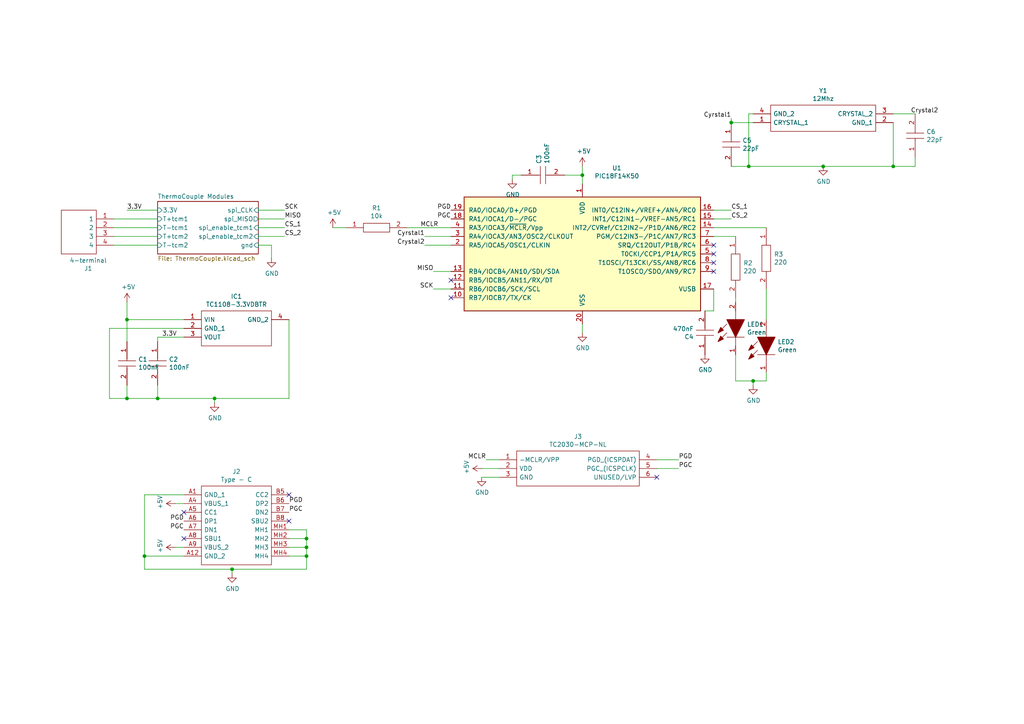
<source format=kicad_sch>
(kicad_sch (version 20230121) (generator eeschema)
  (paper "A4")
  (title_block (title "TC Logger Device") (date "2023-03-21") (rev "V1.2b") (company "Making Devices") (comment 1 "https://makingdevices.com/") (comment 2 "Main board"))
  (lib_symbols
    (symbol "Library_Loader:1751264" (pin_names (offset 0.762))
      (property "Reference" "J" (at 16.51 7.62 0))
      (property "Value" "Library_Loader_1751264" (at 16.51 5.08 0))
      (symbol "1751264_0_0"
        (pin passive line (at 0 0 0) (length 5.08) (name "1") (number "1"))
        (pin passive line (at 0 -2.54 0) (length 5.08) (name "2") (number "2"))
        (pin passive line (at 0 -5.08 0) (length 5.08) (name "3") (number "3"))
        (pin passive line (at 0 -7.62 0) (length 5.08) (name "4") (number "4"))
      )
      (symbol "1751264_0_1"
        (polyline (pts (xy 5.08 2.54) (xy 15.24 2.54) (xy 15.24 -10.16) (xy 5.08 -10.16) (xy 5.08 2.54)) (stroke (width 0.1524)))
      )
    )
    (symbol "Library_Loader:216990-0003" (pin_names (offset 0.762))
      (property "Reference" "J" (at 26.67 7.62 0))
      (property "Value" "Library_Loader_216990-0003" (at 26.67 5.08 0))
      (symbol "216990-0003_0_0"
        (pin passive line (at 0 0 0) (length 5.08) (name "GND_1") (number "A1"))
        (pin passive line (at 0 -17.78 0) (length 5.08) (name "GND_2") (number "A12"))
        (pin passive line (at 0 -2.54 0) (length 5.08) (name "VBUS_1") (number "A4"))
        (pin passive line (at 0 -5.08 0) (length 5.08) (name "CC1") (number "A5"))
        (pin passive line (at 0 -7.62 0) (length 5.08) (name "DP1") (number "A6"))
        (pin passive line (at 0 -10.16 0) (length 5.08) (name "DN1") (number "A7"))
        (pin passive line (at 0 -12.7 0) (length 5.08) (name "SBU1") (number "A8"))
        (pin passive line (at 0 -15.24 0) (length 5.08) (name "VBUS_2") (number "A9"))
        (pin passive line (at 30.48 0 180) (length 5.08) (name "CC2") (number "B5"))
        (pin passive line (at 30.48 -2.54 180) (length 5.08) (name "DP2") (number "B6"))
        (pin passive line (at 30.48 -5.08 180) (length 5.08) (name "DN2") (number "B7"))
        (pin passive line (at 30.48 -7.62 180) (length 5.08) (name "SBU2") (number "B8"))
        (pin passive line (at 30.48 -10.16 180) (length 5.08) (name "MH1") (number "MH1"))
        (pin passive line (at 30.48 -12.7 180) (length 5.08) (name "MH2") (number "MH2"))
        (pin passive line (at 30.48 -15.24 180) (length 5.08) (name "MH3") (number "MH3"))
        (pin passive line (at 30.48 -17.78 180) (length 5.08) (name "MH4") (number "MH4"))
      )
      (symbol "216990-0003_0_1"
        (polyline (pts (xy 5.08 2.54) (xy 25.4 2.54) (xy 25.4 -20.32) (xy 5.08 -20.32) (xy 5.08 2.54)) (stroke (width 0.1524)))
      )
    )
    (symbol "Library_Loader:C0805C475M8RACTU" (pin_names (offset 0.762))
      (property "Reference" "C" (at 8.89 6.35 0))
      (property "Value" "Library_Loader_C0805C475M8RACTU" (at 8.89 3.81 0))
      (symbol "C0805C475M8RACTU_0_0"
        (pin passive line (at 0 0 0) (length 5.08) (name "~") (number "1"))
        (pin passive line (at 12.7 0 180) (length 5.08) (name "~") (number "2"))
      )
      (symbol "C0805C475M8RACTU_0_1"
        (polyline (pts (xy 5.08 0) (xy 5.588 0)) (stroke (width 0.1524)))
        (polyline (pts (xy 5.588 2.54) (xy 5.588 -2.54)) (stroke (width 0.1524)))
        (polyline (pts (xy 7.112 0) (xy 7.62 0)) (stroke (width 0.1524)))
        (polyline (pts (xy 7.112 2.54) (xy 7.112 -2.54)) (stroke (width 0.1524)))
      )
    )
    (symbol "Library_Loader:CX2520DB12000D0GPSC1" (pin_names (offset 0.762))
      (property "Reference" "Y" (at 36.83 7.62 0))
      (property "Value" "Library_Loader_CX2520DB12000D0GPSC1" (at 36.83 5.08 0))
      (symbol "CX2520DB12000D0GPSC1_0_0"
        (pin passive line (at 0 -2.54 0) (length 5.08) (name "CRYSTAL_1") (number "1"))
        (pin passive line (at 40.64 -2.54 180) (length 5.08) (name "GND_1") (number "2"))
        (pin passive line (at 40.64 0 180) (length 5.08) (name "CRYSTAL_2") (number "3"))
        (pin passive line (at 0 0 0) (length 5.08) (name "GND_2") (number "4"))
      )
      (symbol "CX2520DB12000D0GPSC1_0_1"
        (polyline (pts (xy 5.08 2.54) (xy 35.56 2.54) (xy 35.56 -5.08) (xy 5.08 -5.08) (xy 5.08 2.54)) (stroke (width 0.1524)))
      )
    )
    (symbol "Library_Loader:ERJP6WF1303V" (pin_names (offset 0.762))
      (property "Reference" "R" (at 13.97 6.35 0))
      (property "Value" "Library_Loader_ERJP6WF1303V" (at 13.97 3.81 0))
      (symbol "ERJP6WF1303V_0_0"
        (pin passive line (at 0 0 0) (length 5.08) (name "~") (number "1"))
        (pin passive line (at 17.78 0 180) (length 5.08) (name "~") (number "2"))
      )
      (symbol "ERJP6WF1303V_0_1"
        (polyline (pts (xy 5.08 1.27) (xy 12.7 1.27) (xy 12.7 -1.27) (xy 5.08 -1.27) (xy 5.08 1.27)) (stroke (width 0.1524)))
      )
    )
    (symbol "Library_Loader:SML-H12V8TT86" (pin_names (offset 0.762))
      (property "Reference" "LED" (at 12.7 8.89 0))
      (property "Value" "Library_Loader_SML-H12V8TT86" (at 12.7 6.35 0))
      (symbol "SML-H12V8TT86_0_0"
        (pin passive line (at 0 0 0) (length 2.54) (name "~") (number "1"))
        (pin passive line (at 15.24 0 180) (length 2.54) (name "~") (number "2"))
      )
      (symbol "SML-H12V8TT86_0_1"
        (polyline (pts (xy 2.54 0) (xy 5.08 0)) (stroke (width 0.1524)))
        (polyline (pts (xy 5.08 2.54) (xy 5.08 -2.54)) (stroke (width 0.1524)))
        (polyline (pts (xy 6.35 2.54) (xy 3.81 5.08)) (stroke (width 0.1524)))
        (polyline (pts (xy 8.89 2.54) (xy 6.35 5.08)) (stroke (width 0.1524)))
        (polyline (pts (xy 10.16 0) (xy 12.7 0)) (stroke (width 0.1524)))
        (polyline (pts (xy 5.08 0) (xy 10.16 2.54) (xy 10.16 -2.54) (xy 5.08 0)) (stroke (width 0.254)) (fill (type outline)))
        (polyline (pts (xy 5.334 4.318) (xy 4.572 3.556) (xy 3.81 5.08) (xy 5.334 4.318)) (stroke (width 0.254)) (fill (type outline)))
        (polyline (pts (xy 7.874 4.318) (xy 7.112 3.556) (xy 6.35 5.08) (xy 7.874 4.318)) (stroke (width 0.254)) (fill (type outline)))
      )
    )
    (symbol "Library_Loader:TC1108-3.3VDBTR" (pin_names (offset 0.762))
      (property "Reference" "IC" (at 26.67 7.62 0))
      (property "Value" "Library_Loader_TC1108-3.3VDBTR" (at 26.67 5.08 0))
      (symbol "TC1108-3.3VDBTR_0_0"
        (pin passive line (at 0 0 0) (length 5.08) (name "VIN") (number "1"))
        (pin passive line (at 0 -2.54 0) (length 5.08) (name "GND_1") (number "2"))
        (pin passive line (at 0 -5.08 0) (length 5.08) (name "VOUT") (number "3"))
        (pin passive line (at 30.48 0 180) (length 5.08) (name "GND_2") (number "4"))
      )
      (symbol "TC1108-3.3VDBTR_0_1"
        (polyline (pts (xy 5.08 2.54) (xy 25.4 2.54) (xy 25.4 -7.62) (xy 5.08 -7.62) (xy 5.08 2.54)) (stroke (width 0.1524)))
      )
    )
    (symbol "Library_Loader:TC2030-MCP-NL" (pin_names (offset 0.762))
      (property "Reference" "J" (at 41.91 7.62 0))
      (property "Value" "Library_Loader_TC2030-MCP-NL" (at 41.91 5.08 0))
      (symbol "TC2030-MCP-NL_0_0"
        (pin passive line (at 0 0 0) (length 5.08) (name "-MCLR/VPP") (number "1"))
        (pin passive line (at 0 -2.54 0) (length 5.08) (name "VDD") (number "2"))
        (pin passive line (at 0 -5.08 0) (length 5.08) (name "GND") (number "3"))
        (pin passive line (at 45.72 0 180) (length 5.08) (name "PGD_(ICSPDAT)") (number "4"))
        (pin passive line (at 45.72 -2.54 180) (length 5.08) (name "PGC_(ICSPCLK)") (number "5"))
        (pin passive line (at 45.72 -5.08 180) (length 5.08) (name "UNUSED/LVP") (number "6"))
      )
      (symbol "TC2030-MCP-NL_0_1"
        (polyline (pts (xy 5.08 2.54) (xy 40.64 2.54) (xy 40.64 -7.62) (xy 5.08 -7.62) (xy 5.08 2.54)) (stroke (width 0.1524)))
      )
    )
    (symbol "MCU_Microchip_PIC18:PIC18LF14K50-ESS" (pin_names (offset 1.27))
      (property "Reference" "U" (at -33.02 17.78 0))
      (property "Value" "PIC18LF14K50-ESS" (at 22.86 -17.78 0))
      (symbol "PIC18LF14K50-ESS_0_1"
        (rectangle (start -34.29 16.51) (end 34.29 -16.51) (stroke (width 0.254)) (fill (type background)))
      )
      (symbol "PIC18LF14K50-ESS_1_1"
        (pin power_in line (at 0 20.32 270) (length 3.81) (name "VDD") (number "1"))
        (pin bidirectional line (at -38.1 -12.7 0) (length 3.81) (name "RB7/IOCB7/TX/CK") (number "10"))
        (pin bidirectional line (at -38.1 -10.16 0) (length 3.81) (name "RB6/IOCB6/SCK/SCL") (number "11"))
        (pin bidirectional line (at -38.1 -7.62 0) (length 3.81) (name "RB5/IOCB5/AN11/RX/DT") (number "12"))
        (pin bidirectional line (at -38.1 -5.08 0) (length 3.81) (name "RB4/IOCB4/AN10/SDI/SDA") (number "13"))
        (pin bidirectional line (at 38.1 7.62 180) (length 3.81) (name "INT2/CVRef/C12IN2-/P1D/AN6/RC2") (number "14"))
        (pin bidirectional line (at 38.1 10.16 180) (length 3.81) (name "INT1/C12IN1-/VREF-AN5/RC1") (number "15"))
        (pin bidirectional line (at 38.1 12.7 180) (length 3.81) (name "INT0/C12IN+/VREF+/AN4/RC0") (number "16"))
        (pin passive line (at 38.1 -10.16 180) (length 3.81) (name "VUSB") (number "17"))
        (pin bidirectional line (at -38.1 10.16 0) (length 3.81) (name "RA1/IOCA1/D-/PGC") (number "18"))
        (pin bidirectional line (at -38.1 12.7 0) (length 3.81) (name "RA0/IOCA0/D+/PGD") (number "19"))
        (pin bidirectional line (at -38.1 2.54 0) (length 3.81) (name "RA5/IOCA5/OSC1/CLKIN") (number "2"))
        (pin power_in line (at 0 -20.32 90) (length 3.81) (name "VSS") (number "20"))
        (pin bidirectional line (at -38.1 5.08 0) (length 3.81) (name "RA4/IOCA3/AN3/OSC2/CLKOUT") (number "3"))
        (pin input line (at -38.1 7.62 0) (length 3.81) (name "RA3/IOCA3/~{MCLR}/Vpp") (number "4"))
        (pin bidirectional line (at 38.1 0 180) (length 3.81) (name "T0CKI/CCP1/P1A/RC5") (number "5"))
        (pin bidirectional line (at 38.1 2.54 180) (length 3.81) (name "SRQ/C12OUT/P1B/RC4") (number "6"))
        (pin bidirectional line (at 38.1 5.08 180) (length 3.81) (name "PGM/C12IN3-/P1C/AN7/RC3") (number "7"))
        (pin bidirectional line (at 38.1 -2.54 180) (length 3.81) (name "T1OSCI/T13CKI/SS/AN8/RC6") (number "8"))
        (pin bidirectional line (at 38.1 -5.08 180) (length 3.81) (name "T1OSCO/SDO/AN9/RC7") (number "9"))
      )
    )
    (symbol "power:+5V" (power) (pin_names (offset 0))
      (property "Value" "+5V" (at 0 3.556 0))
      (symbol "+5V_0_1"
        (polyline (pts (xy -0.762 1.27) (xy 0 2.54)))
        (polyline (pts (xy 0 0) (xy 0 2.54)))
        (polyline (pts (xy 0 2.54) (xy 0.762 1.27)))
      )
      (symbol "+5V_1_1"
        (pin power_in line (at 0 0 90) (length 0) hide (name "+5V") (number "1"))
      )
    )
    (symbol "power:GND" (power) (pin_names (offset 0))
      (property "Value" "GND" (at 0 -3.81 0))
      (symbol "GND_0_1"
        (polyline (pts (xy 0 0) (xy 0 -1.27) (xy 1.27 -1.27) (xy 0 -2.54) (xy -1.27 -1.27) (xy 0 -1.27)))
      )
      (symbol "GND_1_1"
        (pin power_in line (at 0 0 270) (length 0) hide (name "GND") (number "1"))
      )
    )
  )
  (junction (at 36.83 92.71))
  (junction (at 259.08 48.26))
  (junction (at 41.91 161.29))
  (junction (at 238.76 48.26))
  (junction (at 212.09 35.56))
  (junction (at 62.23 115.57))
  (junction (at 168.91 50.8))
  (junction (at 218.44 110.49))
  (junction (at 67.31 165.1))
  (junction (at 36.83 115.57))
  (junction (at 88.9 161.29))
  (junction (at 88.9 156.21))
  (junction (at 45.72 115.57))
  (junction (at 217.17 48.26))
  (junction (at 88.9 158.75))
  (no_connect (at 207.01 73.66))
  (no_connect (at 83.82 151.13))
  (no_connect (at 130.81 81.28))
  (no_connect (at 207.01 78.74))
  (no_connect (at 207.01 71.12))
  (no_connect (at 130.81 86.36))
  (no_connect (at 53.34 148.59))
  (no_connect (at 207.01 76.2))
  (no_connect (at 83.82 143.51))
  (no_connect (at 190.5 138.43))
  (no_connect (at 53.34 156.21))
  (wire (pts (xy 212.09 48.26) (xy 217.17 48.26)))
  (wire (pts (xy 218.44 111.76) (xy 218.44 110.49)))
  (wire (pts (xy 83.82 158.75) (xy 88.9 158.75)))
  (wire (pts (xy 36.83 92.71) (xy 36.83 99.06)))
  (wire (pts (xy 88.9 156.21) (xy 88.9 158.75)))
  (wire (pts (xy 83.82 115.57) (xy 83.82 92.71)))
  (wire (pts (xy 83.82 153.67) (xy 88.9 153.67)))
  (wire (pts (xy 67.31 166.37) (xy 67.31 165.1)))
  (wire (pts (xy 74.93 68.58) (xy 82.55 68.58)))
  (wire (pts (xy 45.72 115.57) (xy 45.72 111.76)))
  (wire (pts (xy 130.81 83.82) (xy 125.73 83.82)))
  (wire (pts (xy 222.25 66.04) (xy 207.01 66.04)))
  (wire (pts (xy 78.74 74.93) (xy 78.74 71.12)))
  (wire (pts (xy 88.9 161.29) (xy 88.9 165.1)))
  (wire (pts (xy 207.01 83.82) (xy 207.01 90.17)))
  (wire (pts (xy 207.01 68.58) (xy 213.36 68.58)))
  (wire (pts (xy 207.01 90.17) (xy 204.47 90.17)))
  (wire (pts (xy 33.02 71.12) (xy 45.72 71.12)))
  (wire (pts (xy 168.91 53.34) (xy 168.91 50.8)))
  (wire (pts (xy 222.25 107.95) (xy 222.25 110.49)))
  (wire (pts (xy 45.72 63.5) (xy 33.02 63.5)))
  (wire (pts (xy 265.43 45.72) (xy 265.43 48.26)))
  (wire (pts (xy 88.9 153.67) (xy 88.9 156.21)))
  (wire (pts (xy 36.83 87.63) (xy 36.83 92.71)))
  (wire (pts (xy 168.91 48.26) (xy 168.91 50.8)))
  (wire (pts (xy 53.34 97.79) (xy 45.72 97.79)))
  (wire (pts (xy 88.9 158.75) (xy 88.9 161.29)))
  (wire (pts (xy 148.59 50.8) (xy 148.59 52.07)))
  (wire (pts (xy 41.91 165.1) (xy 67.31 165.1)))
  (wire (pts (xy 222.25 83.82) (xy 222.25 92.71)))
  (wire (pts (xy 212.09 34.29) (xy 212.09 35.56)))
  (wire (pts (xy 130.81 78.74) (xy 125.73 78.74)))
  (wire (pts (xy 217.17 33.02) (xy 217.17 48.26)))
  (wire (pts (xy 212.09 35.56) (xy 218.44 35.56)))
  (wire (pts (xy 190.5 133.35) (xy 196.85 133.35)))
  (wire (pts (xy 259.08 35.56) (xy 259.08 48.26)))
  (wire (pts (xy 41.91 165.1) (xy 41.91 161.29)))
  (wire (pts (xy 50.8 158.75) (xy 53.34 158.75)))
  (wire (pts (xy 83.82 161.29) (xy 88.9 161.29)))
  (wire (pts (xy 53.34 95.25) (xy 31.75 95.25)))
  (wire (pts (xy 222.25 110.49) (xy 218.44 110.49)))
  (wire (pts (xy 53.34 92.71) (xy 36.83 92.71)))
  (wire (pts (xy 67.31 165.1) (xy 88.9 165.1)))
  (wire (pts (xy 168.91 96.52) (xy 168.91 93.98)))
  (wire (pts (xy 151.13 50.8) (xy 148.59 50.8)))
  (wire (pts (xy 213.36 86.36) (xy 213.36 87.63)))
  (wire (pts (xy 218.44 110.49) (xy 213.36 110.49)))
  (wire (pts (xy 218.44 33.02) (xy 217.17 33.02)))
  (wire (pts (xy 45.72 60.96) (xy 36.83 60.96)))
  (wire (pts (xy 217.17 48.26) (xy 238.76 48.26)))
  (wire (pts (xy 74.93 60.96) (xy 82.55 60.96)))
  (wire (pts (xy 118.11 66.04) (xy 130.81 66.04)))
  (wire (pts (xy 144.78 138.43) (xy 139.7 138.43)))
  (wire (pts (xy 74.93 63.5) (xy 82.55 63.5)))
  (wire (pts (xy 265.43 48.26) (xy 259.08 48.26)))
  (wire (pts (xy 130.81 71.12) (xy 123.19 71.12)))
  (wire (pts (xy 130.81 68.58) (xy 123.19 68.58)))
  (wire (pts (xy 45.72 68.58) (xy 33.02 68.58)))
  (wire (pts (xy 31.75 115.57) (xy 36.83 115.57)))
  (wire (pts (xy 207.01 63.5) (xy 212.09 63.5)))
  (wire (pts (xy 213.36 110.49) (xy 213.36 102.87)))
  (wire (pts (xy 62.23 115.57) (xy 83.82 115.57)))
  (wire (pts (xy 41.91 143.51) (xy 53.34 143.51)))
  (wire (pts (xy 36.83 111.76) (xy 36.83 115.57)))
  (wire (pts (xy 144.78 133.35) (xy 140.97 133.35)))
  (wire (pts (xy 100.33 66.04) (xy 96.52 66.04)))
  (wire (pts (xy 62.23 116.84) (xy 62.23 115.57)))
  (wire (pts (xy 259.08 33.02) (xy 265.43 33.02)))
  (wire (pts (xy 259.08 48.26) (xy 238.76 48.26)))
  (wire (pts (xy 41.91 161.29) (xy 41.91 143.51)))
  (wire (pts (xy 45.72 115.57) (xy 62.23 115.57)))
  (wire (pts (xy 83.82 156.21) (xy 88.9 156.21)))
  (wire (pts (xy 33.02 66.04) (xy 45.72 66.04)))
  (wire (pts (xy 78.74 71.12) (xy 74.93 71.12)))
  (wire (pts (xy 50.8 146.05) (xy 53.34 146.05)))
  (wire (pts (xy 31.75 95.25) (xy 31.75 115.57)))
  (wire (pts (xy 190.5 135.89) (xy 196.85 135.89)))
  (wire (pts (xy 207.01 60.96) (xy 212.09 60.96)))
  (wire (pts (xy 53.34 161.29) (xy 41.91 161.29)))
  (wire (pts (xy 36.83 115.57) (xy 45.72 115.57)))
  (wire (pts (xy 45.72 97.79) (xy 45.72 99.06)))
  (wire (pts (xy 163.83 50.8) (xy 168.91 50.8)))
  (wire (pts (xy 144.78 135.89) (xy 139.7 135.89)))
  (wire (pts (xy 74.93 66.04) (xy 82.55 66.04)))
  (label "MISO" (at 82.55 63.5 0))
  (label "MCLR" (at 121.92 66.04 0))
  (label "Crystal2" (at 123.19 71.12 180))
  (label "PGC" (at 130.81 63.5 180))
  (label "CS_2" (at 212.09 63.5 0))
  (label "Cyrstal1" (at 123.19 68.58 180))
  (label "CS_1" (at 212.09 60.96 0))
  (label "MISO" (at 125.73 78.74 180))
  (label "SCK" (at 82.55 60.96 0))
  (label "PGC" (at 83.82 148.59 0))
  (label "PGD" (at 83.82 146.05 0))
  (label "Crystal2" (at 264.16 33.02 0))
  (label "CS_1" (at 82.55 66.04 0))
  (label "PGC" (at 53.34 153.67 180))
  (label "PGD" (at 196.85 133.35 0))
  (label "3.3V" (at 36.83 60.96 0))
  (label "MCLR" (at 140.97 133.35 180))
  (label "PGC" (at 196.85 135.89 0))
  (label "3.3V" (at 46.99 97.79 0))
  (label "SCK" (at 125.73 83.82 180))
  (label "Cyrstal1" (at 212.09 34.29 180))
  (label "CS_2" (at 82.55 68.58 0))
  (label "PGD" (at 130.81 60.96 180))
  (label "PGD" (at 53.34 151.13 180))
  (symbol (lib_id "MCU_Microchip_PIC18:PIC18LF14K50-ESS") (at 168.91 73.66 0) (unit 1)
    (property "Reference" "U1" (at 178.9176 48.7426 0))
    (property "Value" "PIC18F14K50" (at 178.9176 51.054 0))
    (property "Footprint" "Package_SO:SSOP-20_5.3x7.2mm_P0.65mm" (effects hide))
    (property "Datasheet" "http://ww1.microchip.com/downloads/en/devicedoc/41350c.pdf" (effects hide))
  )
  (symbol (lib_id "Library_Loader:CX2520DB12000D0GPSC1") (at 218.44 33.02 0) (unit 1)
    (property "Reference" "Y1" (at 238.76 26.289 0))
    (property "Value" "12Mhz" (at 238.76 28.6004 0))
    (property "Footprint" "CX2520DB12000D0GPSC1" (effects hide))
    (property "Datasheet" "https://media.digikey.com/pdf/Data%20Sheets/AVX%20PDFs/CX2520DB_USY1M-H1-16428-00_Spec.pdf" (effects hide))
    (property "Description" "Crystals AEC-Q200 12MHz 8pF 2.5x2mm" (effects hide))
    (property "Height" "0.55" (effects hide))
    (property "Manufacturer_Name" "KYOCERA" (effects hide))
    (property "Manufacturer_Part_Number" "CX2520DB12000D0GPSC1" (effects hide))
  )
  (symbol (lib_id "power:GND") (at 78.74 74.93 0) (unit 1)
    (property "Reference" "#PWR06" (effects hide))
    (property "Value" "GND" (at 78.867 79.3242 0))
  )
  (symbol (lib_id "Library_Loader:C0805C475M8RACTU") (at 265.43 45.72 90) (unit 1)
    (property "Reference" "C6" (at 268.6812 38.2016 90) (effects (justify right)))
    (property "Value" "22pF" (at 268.6812 40.513 90) (effects (justify right)))
    (property "Footprint" "CAPC2012X140N" (effects hide))
    (property "Datasheet" "https://datasheet.datasheetarchive.com/originals/distributors/Datasheets-DGA8/2444426.pdf" (effects hide))
    (property "Description" "Cap Ceramic 4.7uF 10V X7R 20% Pad SMD 0805 125C T/R" (effects hide))
    (property "Height" "1.4" (effects hide))
    (property "Manufacturer_Name" "Kemet" (effects hide))
    (property "Manufacturer_Part_Number" "C0805C475M8RACTU" (effects hide))
  )
  (symbol (lib_id "Library_Loader:C0805C475M8RACTU") (at 212.09 35.56 270) (unit 1)
    (property "Reference" "C5" (at 215.3412 40.7416 90) (effects (justify left)))
    (property "Value" "22pF" (at 215.3412 43.053 90) (effects (justify left)))
    (property "Footprint" "CAPC2012X140N" (effects hide))
    (property "Datasheet" "https://datasheet.datasheetarchive.com/originals/distributors/Datasheets-DGA8/2444426.pdf" (effects hide))
    (property "Description" "Cap Ceramic 4.7uF 10V X7R 20% Pad SMD 0805 125C T/R" (effects hide))
    (property "Height" "1.4" (effects hide))
    (property "Manufacturer_Name" "Kemet" (effects hide))
    (property "Manufacturer_Part_Number" "C0805C475M8RACTU" (effects hide))
  )
  (symbol (lib_id "power:GND") (at 238.76 48.26 0) (unit 1)
    (property "Reference" "#PWR015" (effects hide))
    (property "Value" "GND" (at 238.887 52.6542 0))
  )
  (symbol (lib_id "Library_Loader:TC1108-3.3VDBTR") (at 53.34 92.71 0) (unit 1)
    (property "Reference" "IC1" (at 68.58 85.979 0))
    (property "Value" "TC1108-3.3VDBTR" (at 68.58 88.2904 0))
    (property "Footprint" "SOT230P700X180-4N" (effects hide))
    (property "Datasheet" "http://uk.rs-online.com/web/p/products/8234309P" (effects hide))
    (property "Description" "Microchip TC1108-3.3VDBTR, LDO Voltage Regulator, 300mA, 3.3 V +/-0.5%, 2.7  6 Vin, 3-Pin SOT-223" (effects hide))
    (property "Height" "1.8" (effects hide))
    (property "RS Part Number" "8234309P" (effects hide))
    (property "RS Price/Stock" "http://uk.rs-online.com/web/p/products/8234309P" (effects hide))
    (property "Manufacturer_Name" "Microchip" (effects hide))
    (property "Manufacturer_Part_Number" "TC1108-3.3VDBTR" (effects hide))
    (property "Allied_Number" "70451504" (effects hide))
  )
  (symbol (lib_id "Library_Loader:C0805C475M8RACTU") (at 45.72 99.06 270) (unit 1)
    (property "Reference" "C2" (at 48.9712 104.2416 90) (effects (justify left)))
    (property "Value" "100nF" (at 48.9712 106.553 90) (effects (justify left)))
    (property "Footprint" "CAPC2012X140N" (effects hide))
    (property "Datasheet" "https://datasheet.datasheetarchive.com/originals/distributors/Datasheets-DGA8/2444426.pdf" (effects hide))
    (property "Description" "Cap Ceramic 4.7uF 10V X7R 20% Pad SMD 0805 125C T/R" (effects hide))
    (property "Height" "1.4" (effects hide))
    (property "Manufacturer_Name" "Kemet" (effects hide))
    (property "Manufacturer_Part_Number" "C0805C475M8RACTU" (effects hide))
  )
  (symbol (lib_id "Library_Loader:C0805C475M8RACTU") (at 36.83 99.06 270) (unit 1)
    (property "Reference" "C1" (at 40.0812 104.2416 90) (effects (justify left)))
    (property "Value" "100nF" (at 40.0812 106.553 90) (effects (justify left)))
    (property "Footprint" "CAPC2012X140N" (effects hide))
    (property "Datasheet" "https://datasheet.datasheetarchive.com/originals/distributors/Datasheets-DGA8/2444426.pdf" (effects hide))
    (property "Description" "Cap Ceramic 4.7uF 10V X7R 20% Pad SMD 0805 125C T/R" (effects hide))
    (property "Height" "1.4" (effects hide))
    (property "Manufacturer_Name" "Kemet" (effects hide))
    (property "Manufacturer_Part_Number" "C0805C475M8RACTU" (effects hide))
  )
  (symbol (lib_id "power:GND") (at 62.23 116.84 0) (unit 1)
    (property "Reference" "#PWR04" (effects hide))
    (property "Value" "GND" (at 62.357 121.2342 0))
  )
  (symbol (lib_id "power:GND") (at 168.91 96.52 0) (unit 1)
    (property "Reference" "#PWR012" (effects hide))
    (property "Value" "GND" (at 169.037 100.9142 0))
  )
  (symbol (lib_id "Library_Loader:ERJP6WF1303V") (at 100.33 66.04 0) (unit 1)
    (property "Reference" "R1" (at 109.22 60.325 0))
    (property "Value" "10k" (at 109.22 62.6364 0))
    (property "Footprint" "RESC2012X75N" (effects hide))
    (property "Datasheet" "http://uk.rs-online.com/web/p/products/7708607P" (effects hide))
    (property "Description" "Panasonic ERJP6W Series Thick Film Surface Mount Fixed Resistor 0805 Case 130k +/-1% 0.5W +/-200ppm/C" (effects hide))
    (property "Height" "0.75" (effects hide))
    (property "RS Part Number" "7708607P" (effects hide))
    (property "RS Price/Stock" "http://uk.rs-online.com/web/p/products/7708607P" (effects hide))
    (property "Manufacturer_Name" "Panasonic" (effects hide))
    (property "Manufacturer_Part_Number" "ERJP6WF1303V" (effects hide))
  )
  (symbol (lib_id "power:+5V") (at 96.52 66.04 0) (unit 1)
    (property "Reference" "#PWR07" (effects hide))
    (property "Value" "+5V" (at 96.901 61.6458 0))
  )
  (symbol (lib_id "power:+5V") (at 168.91 48.26 0) (unit 1)
    (property "Reference" "#PWR011" (effects hide))
    (property "Value" "+5V" (at 169.291 43.8658 0))
  )
  (symbol (lib_id "Library_Loader:TC2030-MCP-NL") (at 144.78 133.35 0) (unit 1)
    (property "Reference" "J3" (at 167.64 126.619 0))
    (property "Value" "TC2030-MCP-NL" (at 167.64 128.9304 0))
    (property "Footprint" "TC2030-MCP-NL" (effects hide))
    (property "Datasheet" "http://uk.rs-online.com/web/p/products/8252561" (effects hide))
    (property "Description" "TC2030-MCP-NL PCB Footprint (no legs)" (effects hide))
    (property "RS Part Number" "8252561" (effects hide))
    (property "RS Price/Stock" "http://uk.rs-online.com/web/p/products/8252561" (effects hide))
    (property "Manufacturer_Name" "Microchip" (effects hide))
    (property "Manufacturer_Part_Number" "TC2030-MCP-NL" (effects hide))
  )
  (symbol (lib_id "power:GND") (at 139.7 138.43 0) (unit 1)
    (property "Reference" "#PWR09" (effects hide))
    (property "Value" "GND" (at 139.827 142.8242 0))
  )
  (symbol (lib_id "power:+5V") (at 139.7 135.89 90) (unit 1)
    (property "Reference" "#PWR08" (effects hide))
    (property "Value" "+5V" (at 135.3058 135.509 0))
  )
  (symbol (lib_id "Library_Loader:C0805C475M8RACTU") (at 151.13 50.8 0) (unit 1)
    (property "Reference" "C3" (at 156.3116 47.5488 90) (effects (justify left)))
    (property "Value" "100nF" (at 158.623 47.5488 90) (effects (justify left)))
    (property "Footprint" "CAPC2012X140N" (effects hide))
    (property "Datasheet" "https://datasheet.datasheetarchive.com/originals/distributors/Datasheets-DGA8/2444426.pdf" (effects hide))
    (property "Description" "Cap Ceramic 4.7uF 10V X7R 20% Pad SMD 0805 125C T/R" (effects hide))
    (property "Height" "1.4" (effects hide))
    (property "Manufacturer_Name" "Kemet" (effects hide))
    (property "Manufacturer_Part_Number" "C0805C475M8RACTU" (effects hide))
  )
  (symbol (lib_id "power:GND") (at 148.59 52.07 0) (unit 1)
    (property "Reference" "#PWR010" (effects hide))
    (property "Value" "GND" (at 148.717 56.4642 0))
  )
  (symbol (lib_id "power:+5V") (at 36.83 87.63 0) (unit 1)
    (property "Reference" "#PWR01" (effects hide))
    (property "Value" "+5V" (at 37.211 83.2358 0))
  )
  (symbol (lib_id "Library_Loader:ERJP6WF1303V") (at 213.36 68.58 270) (unit 1)
    (property "Reference" "R2" (at 215.5952 76.3016 90) (effects (justify left)))
    (property "Value" "220" (at 215.5952 78.613 90) (effects (justify left)))
    (property "Footprint" "RESC2012X75N" (effects hide))
    (property "Datasheet" "http://uk.rs-online.com/web/p/products/7708607P" (effects hide))
    (property "Description" "Panasonic ERJP6W Series Thick Film Surface Mount Fixed Resistor 0805 Case 130k +/-1% 0.5W +/-200ppm/C" (effects hide))
    (property "Height" "0.75" (effects hide))
    (property "RS Part Number" "7708607P" (effects hide))
    (property "RS Price/Stock" "http://uk.rs-online.com/web/p/products/7708607P" (effects hide))
    (property "Manufacturer_Name" "Panasonic" (effects hide))
    (property "Manufacturer_Part_Number" "ERJP6WF1303V" (effects hide))
  )
  (symbol (lib_id "Library_Loader:ERJP6WF1303V") (at 222.25 66.04 270) (unit 1)
    (property "Reference" "R3" (at 224.4852 73.7616 90) (effects (justify left)))
    (property "Value" "220" (at 224.4852 76.073 90) (effects (justify left)))
    (property "Footprint" "RESC2012X75N" (effects hide))
    (property "Datasheet" "http://uk.rs-online.com/web/p/products/7708607P" (effects hide))
    (property "Description" "Panasonic ERJP6W Series Thick Film Surface Mount Fixed Resistor 0805 Case 130k +/-1% 0.5W +/-200ppm/C" (effects hide))
    (property "Height" "0.75" (effects hide))
    (property "RS Part Number" "7708607P" (effects hide))
    (property "RS Price/Stock" "http://uk.rs-online.com/web/p/products/7708607P" (effects hide))
    (property "Manufacturer_Name" "Panasonic" (effects hide))
    (property "Manufacturer_Part_Number" "ERJP6WF1303V" (effects hide))
  )
  (symbol (lib_id "Library_Loader:SML-H12V8TT86") (at 213.36 102.87 90) (unit 1)
    (property "Reference" "LED1" (at 216.662 94.0816 90) (effects (justify right)))
    (property "Value" "Green" (at 216.662 96.393 90) (effects (justify right)))
    (property "Footprint" "LEDC2012X90N" (effects hide))
    (property "Datasheet" "http://uk.rs-online.com/web/p/products/1332888P" (effects hide))
    (property "Description" "EXCELED series chip LED: ROHM\\'s chip LED lineup consists of standard type,top-view type, side-view type and reverse-mount type." (effects hide))
    (property "Height" "0.9" (effects hide))
    (property "RS Part Number" "1332888P" (effects hide))
    (property "RS Price/Stock" "http://uk.rs-online.com/web/p/products/1332888P" (effects hide))
    (property "Manufacturer_Name" "ROHM Semiconductor" (effects hide))
    (property "Manufacturer_Part_Number" "SML-H12V8TT86" (effects hide))
  )
  (symbol (lib_id "Library_Loader:SML-H12V8TT86") (at 222.25 107.95 90) (unit 1)
    (property "Reference" "LED2" (at 225.552 99.1616 90) (effects (justify right)))
    (property "Value" "Green" (at 225.552 101.473 90) (effects (justify right)))
    (property "Footprint" "LEDC2012X90N" (effects hide))
    (property "Datasheet" "http://uk.rs-online.com/web/p/products/1332888P" (effects hide))
    (property "Description" "EXCELED series chip LED: ROHM\\'s chip LED lineup consists of standard type,top-view type, side-view type and reverse-mount type." (effects hide))
    (property "Height" "0.9" (effects hide))
    (property "RS Part Number" "1332888P" (effects hide))
    (property "RS Price/Stock" "http://uk.rs-online.com/web/p/products/1332888P" (effects hide))
    (property "Manufacturer_Name" "ROHM Semiconductor" (effects hide))
    (property "Manufacturer_Part_Number" "SML-H12V8TT86" (effects hide))
  )
  (symbol (lib_id "power:GND") (at 218.44 111.76 0) (unit 1)
    (property "Reference" "#PWR014" (effects hide))
    (property "Value" "GND" (at 218.567 116.1542 0))
  )
  (symbol (lib_id "Library_Loader:C0805C475M8RACTU") (at 204.47 102.87 90) (unit 1)
    (property "Reference" "C4" (at 201.2188 97.6884 90) (effects (justify left)))
    (property "Value" "470nF" (at 201.2188 95.377 90) (effects (justify left)))
    (property "Footprint" "CAPC2012X140N" (effects hide))
    (property "Datasheet" "https://datasheet.datasheetarchive.com/originals/distributors/Datasheets-DGA8/2444426.pdf" (effects hide))
    (property "Description" "Cap Ceramic 4.7uF 10V X7R 20% Pad SMD 0805 125C T/R" (effects hide))
    (property "Height" "1.4" (effects hide))
    (property "Manufacturer_Name" "Kemet" (effects hide))
    (property "Manufacturer_Part_Number" "C0805C475M8RACTU" (effects hide))
  )
  (symbol (lib_id "power:GND") (at 204.47 102.87 0) (unit 1)
    (property "Reference" "#PWR013" (effects hide))
    (property "Value" "GND" (at 204.597 107.2642 0))
  )
  (symbol (lib_id "Library_Loader:1751264") (at 33.02 63.5 0) (mirror y) (unit 1)
    (property "Reference" "J1" (at 25.6032 77.851 0))
    (property "Value" "4-terminal" (at 25.6032 75.5396 0))
    (property "Footprint" "1751264" (effects hide))
    (property "Datasheet" "http://uk.rs-online.com/web/p/products/8024852" (effects hide))
    (property "Description" "Fixed Terminal Blocks 4P 3.5mm 90DEG" (effects hide))
    (property "Height" "8.5" (effects hide))
    (property "RS Part Number" "8024852" (effects hide))
    (property "RS Price/Stock" "http://uk.rs-online.com/web/p/products/8024852" (effects hide))
    (property "Manufacturer_Name" "Phoenix Contact" (effects hide))
    (property "Manufacturer_Part_Number" "1751264" (effects hide))
  )
  (symbol (lib_id "Library_Loader:216990-0003") (at 53.34 143.51 0) (unit 1)
    (property "Reference" "J2" (at 68.58 136.779 0))
    (property "Value" "Type - C" (at 68.58 139.0904 0))
    (property "Footprint" "2169900003" (effects hide))
    (property "Datasheet" "https://www.molex.com/pdm_docs/sd/2169900003_sd.pdf" (effects hide))
    (property "Description" "USB Connectors Mid-Mnt SMT CH0.58 16Ckt Type C Rec." (effects hide))
    (property "Height" "3.36" (effects hide))
    (property "Mouser Part Number" "538-216990-0003" (effects hide))
    (property "Mouser Price/Stock" "https://www.mouser.co.uk/ProductDetail/Molex/216990-0003?qs=DRkmTr78QASn0GILUGAYCA%3D%3D" (effects hide))
    (property "Manufacturer_Name" "Molex" (effects hide))
    (property "Manufacturer_Part_Number" "216990-0003" (effects hide))
  )
  (symbol (lib_id "power:+5V") (at 50.8 158.75 90) (unit 1)
    (property "Reference" "#PWR03" (effects hide))
    (property "Value" "+5V" (at 46.4058 158.369 0))
  )
  (symbol (lib_id "power:+5V") (at 50.8 146.05 90) (unit 1)
    (property "Reference" "#PWR02" (effects hide))
    (property "Value" "+5V" (at 46.4058 145.669 0))
  )
  (symbol (lib_id "power:GND") (at 67.31 166.37 0) (unit 1)
    (property "Reference" "#PWR05" (effects hide))
    (property "Value" "GND" (at 67.437 170.7642 0))
  )
  (sheet (at 45.72 58.42) (size 29.21 15.24)
    (property "Sheetname" "ThermoCouple Modules" (at 45.72 57.7084 0) (effects (justify left bottom)))
    (property "Sheetfile" "ThermoCouple.kicad_sch" (at 45.72 74.2446 0) (effects (justify left top)))
    (pin "spi_CLK" input (at 74.93 60.96 0))
    (pin "spi_enable_tcm1" input (at 74.93 66.04 0))
    (pin "spi_MISO" output (at 74.93 63.5 0))
    (pin "3.3V" input (at 45.72 60.96 180))
    (pin "T-tcm1" input (at 45.72 66.04 180))
    (pin "T+tcm1" input (at 45.72 63.5 180))
    (pin "spi_enable_tcm2" input (at 74.93 68.58 0))
    (pin "T-tcm2" input (at 45.72 71.12 180))
    (pin "T+tcm2" input (at 45.72 68.58 180))
    (pin "gnd" input (at 74.93 71.12 0))
  )
)
</source>
